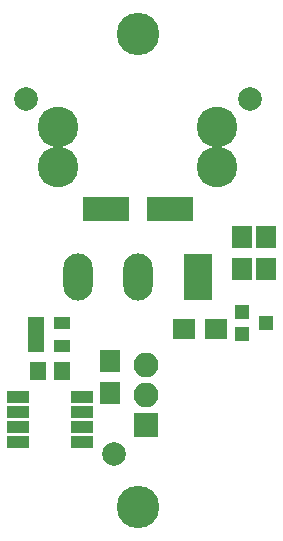
<source format=gbs>
G04 #@! TF.FileFunction,Soldermask,Bot*
%FSLAX46Y46*%
G04 Gerber Fmt 4.6, Leading zero omitted, Abs format (unit mm)*
G04 Created by KiCad (PCBNEW 4.0.7-e2-6376~61~ubuntu18.04.1) date Thu Dec  5 21:11:02 2019*
%MOMM*%
%LPD*%
G01*
G04 APERTURE LIST*
%ADD10C,0.100000*%
%ADD11C,2.000000*%
%ADD12C,3.600000*%
%ADD13R,3.900000X2.000000*%
%ADD14R,1.400000X1.650000*%
%ADD15R,2.100000X2.100000*%
%ADD16O,2.100000X2.100000*%
%ADD17R,1.300000X1.200000*%
%ADD18R,1.950000X1.000000*%
%ADD19R,1.460000X1.050000*%
%ADD20C,3.448000*%
%ADD21R,2.480000X4.000000*%
%ADD22O,2.480000X4.000000*%
%ADD23R,1.700000X1.900000*%
%ADD24R,1.900000X1.700000*%
G04 APERTURE END LIST*
D10*
D11*
X10500000Y-39000000D03*
X22000000Y-9000000D03*
X3000000Y-9000000D03*
D12*
X12500000Y-3500000D03*
D13*
X9800000Y-18288000D03*
X15200000Y-18288000D03*
D14*
X6080000Y-32004000D03*
X4080000Y-32004000D03*
D15*
X13208000Y-36580000D03*
D16*
X13208000Y-34040000D03*
X13208000Y-31500000D03*
D17*
X21352000Y-28890000D03*
X21352000Y-26990000D03*
X23352000Y-27940000D03*
D18*
X2380000Y-37973000D03*
X2380000Y-36703000D03*
X2380000Y-35433000D03*
X2380000Y-34163000D03*
X7780000Y-34163000D03*
X7780000Y-35433000D03*
X7780000Y-36703000D03*
X7780000Y-37973000D03*
D19*
X3896000Y-29840000D03*
X3896000Y-28890000D03*
X3896000Y-27940000D03*
X6096000Y-27940000D03*
X6096000Y-29840000D03*
D12*
X12500000Y-43500000D03*
D20*
X5769000Y-11298200D03*
X5769000Y-14701800D03*
X19231000Y-11298200D03*
X19231000Y-14701800D03*
D21*
X17580000Y-24000000D03*
D22*
X12500000Y-24000000D03*
X7420000Y-24000000D03*
D23*
X21336000Y-23368000D03*
X21336000Y-20668000D03*
X23368000Y-23368000D03*
X23368000Y-20668000D03*
D24*
X16430000Y-28448000D03*
X19130000Y-28448000D03*
D23*
X10160000Y-33862000D03*
X10160000Y-31162000D03*
M02*

</source>
